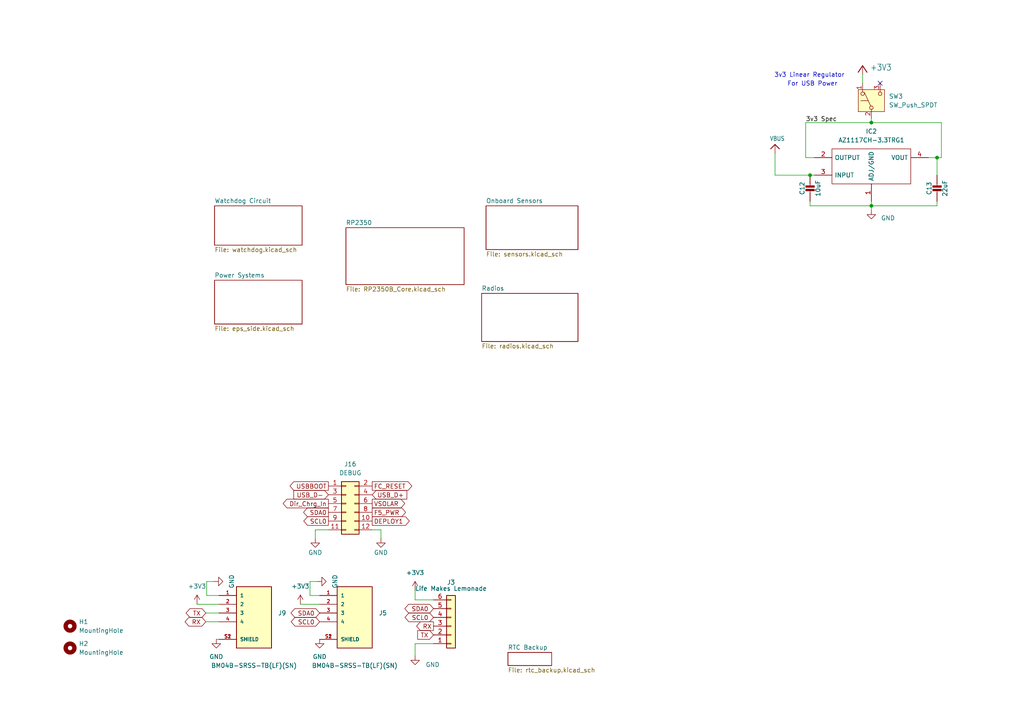
<source format=kicad_sch>
(kicad_sch (version 20250114) (generator "eeschema") (generator_version "9.0")
  (paper "A4")
  (lib_symbols
    (symbol "AZ1117CH-3.3TRG1:AZ1117CH-3.3TRG1" (pin_names (offset 0.762))
      (property "Reference" "IC2" (at 16.51 7.62 0))
      (property "Value" "AZ1117CH-3.3TRG1" (at 16.51 5.08 0))
      (symbol "AZ1117CH-3.3TRG1_0_0"
        (pin passive line (at 0 0 0) (length 5.08) (name "OUTPUT") (number "2"))
        (pin passive line (at 0 -5.08 0) (length 5.08) (name "INPUT") (number "3"))
        (pin passive line (at 16.51 -12.7 90) (length 5.08) (name "ADJ/GND") (number "1"))
        (pin passive line (at 33.02 0 180) (length 5.08) (name "VOUT") (number "4"))
      )
      (symbol "AZ1117CH-3.3TRG1_0_1"
        (polyline (pts (xy 5.08 2.54) (xy 27.94 2.54) (xy 27.94 -7.62) (xy 5.08 -7.62) (xy 5.08 2.54)) (stroke (width 0.1524)))
      )
    )
    (symbol "Adafruit ItsyBitsy RP2040-eagle-import:+3V3" (power)
      (property "Value" "+3V3" (at -2.54 -5.08 90))
      (symbol "+3V3_1_0"
        (polyline (pts (xy 0 0) (xy -1.27 -1.905)) (stroke (width 0.254)))
        (polyline (pts (xy 1.27 -1.905) (xy 0 0)) (stroke (width 0.254)))
        (pin power_in line (at 0 -2.54 90) (length 2.54) (name "+3V3") (number "1"))
      )
    )
    (symbol "Adafruit ItsyBitsy RP2040-eagle-import:CAP_CERAMIC_0603MP"
      (property "Reference" "C" (at -2.29 1.25 90))
      (property "Value" "CAP_CERAMIC_0603MP" (at 2.3 1.25 90))
      (symbol "CAP_CERAMIC_0603MP_1_0"
        (rectangle (start -1.27 1.524) (end 1.27 2.032) (fill (type outline)))
        (rectangle (start -1.27 0.508) (end 1.27 1.016) (fill (type outline)))
        (polyline (pts (xy 0 2.54) (xy 0 1.778)) (stroke (width 0.1524)))
        (polyline (pts (xy 0 0.762) (xy 0 0)) (stroke (width 0.1524)))
        (pin passive line (at 0 5.08 270) (length 2.54) (name "1") (number "1"))
        (pin passive line (at 0 -2.54 90) (length 2.54) (name "2") (number "2"))
      )
    )
    (symbol "Adafruit ItsyBitsy RP2040-eagle-import:VBUS" (power)
      (property "Value" "VBUS" (at -1.524 1.016 0))
      (symbol "VBUS_1_0"
        (polyline (pts (xy -1.27 -1.27) (xy 0 0)) (stroke (width 0.254)))
        (polyline (pts (xy 0 0) (xy 1.27 -1.27)) (stroke (width 0.254)))
        (pin power_in line (at 0 -2.54 90) (length 2.54) (name "VBUS") (number "1"))
      )
    )
    (symbol "BM04B-SRSS-TB_LF__SN_:BM04B-SRSS-TB(LF)(SN)" (pin_names (offset 1.016))
      (property "Reference" "J" (at -5.08 10.922 0))
      (property "Value" "BM04B-SRSS-TB(LF)(SN)" (at -5.08 -10.16 0))
      (symbol "BM04B-SRSS-TB(LF)(SN)_0_0"
        (rectangle (start -5.08 -7.62) (end 5.08 10.16) (stroke (width 0.254)) (fill (type background)))
        (pin passive line (at -10.16 7.62 0) (length 5.08) (name "1") (number "1"))
        (pin passive line (at -10.16 5.08 0) (length 5.08) (name "2") (number "2"))
        (pin passive line (at -10.16 2.54 0) (length 5.08) (name "3") (number "3"))
        (pin passive line (at -10.16 0 0) (length 5.08) (name "4") (number "4"))
        (pin passive line (at -10.16 -5.08 0) (length 5.08) (name "SHIELD") (number "S1"))
        (pin passive line (at -10.16 -5.08 0) (length 5.08) (name "SHIELD") (number "S2"))
      )
    )
    (symbol "Connector_Generic:Conn_01x06" (pin_names (offset 1.016) (hide yes))
      (property "Reference" "J" (at 0 7.62 0))
      (property "Value" "Conn_01x06" (at 0 -10.16 0))
      (symbol "Conn_01x06_1_1"
        (rectangle (start -1.27 6.35) (end 1.27 -8.89) (stroke (width 0.254)) (fill (type background)))
        (rectangle (start -1.27 5.207) (end 0 4.953) (stroke (width 0.1524)))
        (rectangle (start -1.27 2.667) (end 0 2.413) (stroke (width 0.1524)))
        (rectangle (start -1.27 0.127) (end 0 -0.127) (stroke (width 0.1524)))
        (rectangle (start -1.27 -2.413) (end 0 -2.667) (stroke (width 0.1524)))
        (rectangle (start -1.27 -4.953) (end 0 -5.207) (stroke (width 0.1524)))
        (rectangle (start -1.27 -7.493) (end 0 -7.747) (stroke (width 0.1524)))
        (pin passive line (at -5.08 5.08 0) (length 3.81) (name "Pin_1") (number "1"))
        (pin passive line (at -5.08 2.54 0) (length 3.81) (name "Pin_2") (number "2"))
        (pin passive line (at -5.08 0 0) (length 3.81) (name "Pin_3") (number "3"))
        (pin passive line (at -5.08 -2.54 0) (length 3.81) (name "Pin_4") (number "4"))
        (pin passive line (at -5.08 -5.08 0) (length 3.81) (name "Pin_5") (number "5"))
        (pin passive line (at -5.08 -7.62 0) (length 3.81) (name "Pin_6") (number "6"))
      )
    )
    (symbol "Connector_Generic:Conn_02x06_Odd_Even" (pin_names (offset 1.016) (hide yes))
      (property "Reference" "J" (at 1.27 7.62 0))
      (property "Value" "Conn_02x06_Odd_Even" (at 1.27 -10.16 0))
      (symbol "Conn_02x06_Odd_Even_1_1"
        (rectangle (start -1.27 6.35) (end 3.81 -8.89) (stroke (width 0.254)) (fill (type background)))
        (rectangle (start -1.27 5.207) (end 0 4.953) (stroke (width 0.1524)))
        (rectangle (start -1.27 2.667) (end 0 2.413) (stroke (width 0.1524)))
        (rectangle (start -1.27 0.127) (end 0 -0.127) (stroke (width 0.1524)))
        (rectangle (start -1.27 -2.413) (end 0 -2.667) (stroke (width 0.1524)))
        (rectangle (start -1.27 -4.953) (end 0 -5.207) (stroke (width 0.1524)))
        (rectangle (start -1.27 -7.493) (end 0 -7.747) (stroke (width 0.1524)))
        (rectangle (start 3.81 5.207) (end 2.54 4.953) (stroke (width 0.1524)))
        (rectangle (start 3.81 2.667) (end 2.54 2.413) (stroke (width 0.1524)))
        (rectangle (start 3.81 0.127) (end 2.54 -0.127) (stroke (width 0.1524)))
        (rectangle (start 3.81 -2.413) (end 2.54 -2.667) (stroke (width 0.1524)))
        (rectangle (start 3.81 -4.953) (end 2.54 -5.207) (stroke (width 0.1524)))
        (rectangle (start 3.81 -7.493) (end 2.54 -7.747) (stroke (width 0.1524)))
        (pin passive line (at -5.08 5.08 0) (length 3.81) (name "Pin_1") (number "1"))
        (pin passive line (at -5.08 2.54 0) (length 3.81) (name "Pin_3") (number "3"))
        (pin passive line (at -5.08 0 0) (length 3.81) (name "Pin_5") (number "5"))
        (pin passive line (at -5.08 -2.54 0) (length 3.81) (name "Pin_7") (number "7"))
        (pin passive line (at -5.08 -5.08 0) (length 3.81) (name "Pin_9") (number "9"))
        (pin passive line (at -5.08 -7.62 0) (length 3.81) (name "Pin_11") (number "11"))
        (pin passive line (at 7.62 5.08 180) (length 3.81) (name "Pin_2") (number "2"))
        (pin passive line (at 7.62 2.54 180) (length 3.81) (name "Pin_4") (number "4"))
        (pin passive line (at 7.62 0 180) (length 3.81) (name "Pin_6") (number "6"))
        (pin passive line (at 7.62 -2.54 180) (length 3.81) (name "Pin_8") (number "8"))
        (pin passive line (at 7.62 -5.08 180) (length 3.81) (name "Pin_10") (number "10"))
        (pin passive line (at 7.62 -7.62 180) (length 3.81) (name "Pin_12") (number "12"))
      )
    )
    (symbol "Mechanical:MountingHole" (pin_names (offset 1.016)) (exclude_from_sim yes) (in_bom no)
      (property "Reference" "H" (at 0 5.08 0))
      (property "Value" "MountingHole" (at 0 3.175 0))
      (symbol "MountingHole_0_1"
        (circle (center 0 0) (radius 1.27) (stroke (width 1.27)))
      )
    )
    (symbol "Switch:SW_Push_SPDT" (pin_names (offset 0) (hide yes))
      (property "Reference" "SW" (at 0 5.08 0))
      (property "Value" "SW_Push_SPDT" (at 0 -5.08 0))
      (symbol "SW_Push_SPDT_0_0"
        (circle (center -2.032 0) (radius 0.508))
        (polyline (pts (xy 0 1.016) (xy 0 3.048)))
        (circle (center 2.032 -2.54) (radius 0.508))
      )
      (symbol "SW_Push_SPDT_0_1"
        (polyline (pts (xy -1.524 0.2032) (xy 2.3368 1.9812)))
        (circle (center 2.032 2.54) (radius 0.508))
      )
      (symbol "SW_Push_SPDT_1_1"
        (rectangle (start -3.175 3.81) (end 3.175 -3.81) (fill (type background)))
        (pin passive line (at -5.08 0 0) (length 2.54) (name "B") (number "2"))
        (pin passive line (at 5.08 2.54 180) (length 2.54) (name "A") (number "1"))
        (pin passive line (at 5.08 -2.54 180) (length 2.54) (name "C") (number "3"))
      )
    )
    (symbol "power:+3V3" (power) (pin_names (offset 0))
      (property "Value" "+3V3" (at 0 3.556 0))
      (symbol "+3V3_0_1"
        (polyline (pts (xy -0.762 1.27) (xy 0 2.54)))
        (polyline (pts (xy 0 2.54) (xy 0.762 1.27)))
        (polyline (pts (xy 0 0) (xy 0 2.54)))
      )
      (symbol "+3V3_1_1"
        (pin power_in line (at 0 0 90) (length 0) (hide yes) (name "+3V3") (number "1"))
      )
    )
    (symbol "power:GND" (power) (pin_names (offset 0))
      (property "Value" "GND" (at 0 -3.81 0))
      (symbol "GND_0_1"
        (polyline (pts (xy 0 0) (xy 0 -1.27) (xy 1.27 -1.27) (xy 0 -2.54) (xy -1.27 -1.27) (xy 0 -1.27)))
      )
      (symbol "GND_1_1"
        (pin power_in line (at 0 0 270) (length 0) (hide yes) (name "GND") (number "1"))
      )
    )
  )
  (text "3v3 Linear Regulator" (at 224.536 22.606 0) (effects (font (size 1.27 1.27)) (justify left bottom)))
  (text "For USB Power\n" (at 228.346 25.146 0) (effects (font (size 1.27 1.27)) (justify left bottom)))
  (junction (at 252.73 59.69))
  (junction (at 234.95 50.8))
  (junction (at 271.78 45.72))
  (junction (at 252.73 35.56))
  (no_connect (at 255.27 24.13))
  (wire (pts (xy 87.122 175.26) (xy 92.71 175.26)))
  (wire (pts (xy 233.68 35.56) (xy 252.73 35.56)))
  (wire (pts (xy 59.69 180.34) (xy 63.5 180.34)))
  (wire (pts (xy 89.916 172.72) (xy 89.916 168.656)))
  (wire (pts (xy 252.73 58.42) (xy 252.73 59.69)))
  (wire (pts (xy 63.5 185.42) (xy 62.738 185.42)))
  (wire (pts (xy 273.05 45.72) (xy 271.78 45.72)))
  (wire (pts (xy 234.95 59.69) (xy 252.73 59.69)))
  (wire (pts (xy 57.15 175.26) (xy 63.5 175.26)))
  (wire (pts (xy 57.15 175.133) (xy 57.15 175.26)))
  (wire (pts (xy 233.68 35.56) (xy 233.68 45.72)))
  (wire (pts (xy 92.71 172.72) (xy 89.916 172.72)))
  (wire (pts (xy 252.73 59.69) (xy 252.73 60.96)))
  (wire (pts (xy 224.79 50.8) (xy 234.95 50.8)))
  (wire (pts (xy 224.79 44.45) (xy 224.79 50.8)))
  (wire (pts (xy 252.73 35.56) (xy 273.05 35.56)))
  (wire (pts (xy 107.95 153.67) (xy 110.49 153.67)))
  (wire (pts (xy 234.95 58.42) (xy 234.95 59.69)))
  (wire (pts (xy 271.78 50.8) (xy 271.78 45.72)))
  (wire (pts (xy 59.944 172.72) (xy 59.944 168.656)))
  (wire (pts (xy 91.44 153.67) (xy 91.44 156.21)))
  (wire (pts (xy 120.396 173.99) (xy 125.73 173.99)))
  (wire (pts (xy 252.73 34.29) (xy 252.73 35.56)))
  (wire (pts (xy 233.68 45.72) (xy 236.22 45.72)))
  (wire (pts (xy 89.916 168.656) (xy 92.075 168.656)))
  (wire (pts (xy 273.05 35.56) (xy 273.05 45.72)))
  (wire (pts (xy 250.19 21.59) (xy 250.19 24.13)))
  (wire (pts (xy 63.5 172.72) (xy 59.944 172.72)))
  (wire (pts (xy 59.69 177.8) (xy 63.5 177.8)))
  (wire (pts (xy 252.73 59.69) (xy 271.78 59.69)))
  (wire (pts (xy 234.95 50.8) (xy 236.22 50.8)))
  (wire (pts (xy 59.944 168.656) (xy 62.103 168.656)))
  (wire (pts (xy 87.122 175.133) (xy 87.122 175.26)))
  (wire (pts (xy 120.396 186.69) (xy 120.396 190.246)))
  (wire (pts (xy 120.396 171.196) (xy 120.396 173.99)))
  (wire (pts (xy 110.49 153.67) (xy 110.49 156.21)))
  (wire (pts (xy 125.73 186.69) (xy 120.396 186.69)))
  (wire (pts (xy 271.78 58.42) (xy 271.78 59.69)))
  (wire (pts (xy 271.78 45.72) (xy 269.24 45.72)))
  (wire (pts (xy 95.25 153.67) (xy 91.44 153.67)))
  (label "3v3 Spec" (at 233.68 35.56 0))
  (global_label "SDA0" (shape bidirectional) (at 92.71 177.8 180) (property "Intersheetrefs" "${INTERSHEET_REFS}" (effects (hide yes))))
  (global_label "TX" (shape input) (at 125.73 184.15 180) (property "Intersheetrefs" "${INTERSHEET_REFS}" (effects (hide yes))))
  (global_label "SCL0" (shape bidirectional) (at 125.73 179.07 180) (property "Intersheetrefs" "${INTERSHEET_REFS}" (effects (hide yes))))
  (global_label "USB_D-" (shape input) (at 95.25 143.51 180) (property "Intersheetrefs" "${INTERSHEET_REFS}" (effects (hide yes))))
  (global_label "USBBOOT" (shape output) (at 95.25 140.97 180) (property "Intersheetrefs" "${INTERSHEET_REFS}" (effects (hide yes))))
  (global_label "TX" (shape bidirectional) (at 59.69 177.8 180) (property "Intersheetrefs" "${INTERSHEET_REFS}" (effects (hide yes))))
  (global_label "SCL0" (shape bidirectional) (at 92.71 180.34 180) (property "Intersheetrefs" "${INTERSHEET_REFS}" (effects (hide yes))))
  (global_label "SCL0" (shape output) (at 95.25 151.13 180) (property "Intersheetrefs" "${INTERSHEET_REFS}" (effects (hide yes))))
  (global_label "USB_D+" (shape input) (at 107.95 143.51 0) (property "Intersheetrefs" "${INTERSHEET_REFS}" (effects (hide yes))))
  (global_label "Dir_Chrg_In" (shape output) (at 95.25 146.05 180) (property "Intersheetrefs" "${INTERSHEET_REFS}" (effects (hide yes))))
  (global_label "SDA0" (shape bidirectional) (at 125.73 176.53 180) (property "Intersheetrefs" "${INTERSHEET_REFS}" (effects (hide yes))))
  (global_label "FC_RESET" (shape output) (at 107.95 140.97 0) (property "Intersheetrefs" "${INTERSHEET_REFS}" (effects (hide yes))))
  (global_label "RX" (shape bidirectional) (at 59.69 180.34 180) (property "Intersheetrefs" "${INTERSHEET_REFS}" (effects (hide yes))))
  (global_label "F5_PWR" (shape output) (at 107.95 148.59 0) (property "Intersheetrefs" "${INTERSHEET_REFS}" (effects (hide yes))))
  (global_label "RX" (shape output) (at 125.73 181.61 180) (property "Intersheetrefs" "${INTERSHEET_REFS}" (effects (hide yes))))
  (global_label "VSOLAR" (shape output) (at 107.95 146.05 0) (property "Intersheetrefs" "${INTERSHEET_REFS}" (effects (hide yes))))
  (global_label "DEPLOY1" (shape output) (at 107.95 151.13 0) (property "Intersheetrefs" "${INTERSHEET_REFS}" (effects (hide yes))))
  (global_label "SDA0" (shape output) (at 95.25 148.59 180) (property "Intersheetrefs" "${INTERSHEET_REFS}" (effects (hide yes))))
  (symbol (lib_id "Adafruit ItsyBitsy RP2040-eagle-import:CAP_CERAMIC_0603MP") (at 234.95 55.88 0) (unit 1)
    (property "Reference" "C12" (at 232.66 54.63 90))
    (property "Value" "10uF" (at 237.25 54.63 90))
    (property "Footprint" "Capacitor_SMD:C_0603_1608Metric" (effects (hide yes)))
  )
  (symbol (lib_id "power:+3V3") (at 57.15 175.133 0) (unit 1)
    (property "Reference" "#PWR057" (effects (hide yes)))
    (property "Value" "+3V3" (at 57.15 170.053 0))
  )
  (symbol (lib_id "Switch:SW_Push_SPDT") (at 252.73 29.21 90) (unit 1)
    (property "Reference" "SW3" (at 257.81 27.9399 90) (effects (justify right)))
    (property "Value" "SW_Push_SPDT" (at 257.81 30.4799 90) (effects (justify right)))
    (property "Footprint" "easyeda2kicad:SW-TH_SHOU-HAN_SS12D10G4" (effects (hide yes)))
    (property "Datasheet" "https://wmsc.lcsc.com/wmsc/upload/file/pdf/v2/lcsc/2108201830_SHOU-HAN-SS12D10G4-071_C2887259.pdf" (effects (hide yes)))
    (property "Description" "Momentary Switch, single pole double throw" (effects (hide yes)))
  )
  (symbol (lib_id "Adafruit ItsyBitsy RP2040-eagle-import:VBUS") (at 224.79 41.91 0) (unit 1)
    (property "Reference" "#U$06" (effects (hide yes)))
    (property "Value" "VBUS" (at 223.266 40.894 0) (effects (font (size 1.27 1.0795)) (justify left bottom)))
    (property "Footprint" "Adafruit ItsyBitsy RP2040:" (effects (hide yes)))
  )
  (symbol (lib_id "Adafruit ItsyBitsy RP2040-eagle-import:CAP_CERAMIC_0603MP") (at 271.78 55.88 0) (unit 1)
    (property "Reference" "C13" (at 269.49 54.63 90))
    (property "Value" "22uF" (at 274.08 54.63 90))
    (property "Footprint" "Capacitor_SMD:C_0603_1608Metric" (effects (hide yes)))
  )
  (symbol (lib_id "Connector_Generic:Conn_01x06") (at 130.81 181.61 0) (mirror x) (unit 1)
    (property "Reference" "J3" (at 130.81 168.91 0))
    (property "Value" "Life Makes Lemonade" (at 130.81 170.688 0))
    (property "Footprint" "Connector_PinHeader_2.54mm:PinHeader_1x06_P2.54mm_Vertical" (effects (hide yes)))
  )
  (symbol (lib_id "Adafruit ItsyBitsy RP2040-eagle-import:+3V3") (at 250.19 19.05 0) (unit 1)
    (property "Reference" "#+3V012" (effects (hide yes)))
    (property "Value" "+3V3" (at 255.524 19.558 0) (effects (font (size 1.778 1.5113))))
    (property "Footprint" "Adafruit ItsyBitsy RP2040:" (effects (hide yes)))
  )
  (symbol (lib_id "power:+3V3") (at 120.396 171.196 0) (mirror y) (unit 1)
    (property "Reference" "#PWR026" (effects (hide yes)))
    (property "Value" "+3V3" (at 120.396 166.116 0))
  )
  (symbol (lib_id "BM04B-SRSS-TB_LF__SN_:BM04B-SRSS-TB(LF)(SN)") (at 102.87 180.34 0) (unit 1)
    (property "Reference" "J5" (at 109.855 177.8 0) (effects (justify left)))
    (property "Value" "BM04B-SRSS-TB(LF)(SN)" (at 90.424 193.04 0) (effects (justify left)))
    (property "Footprint" "FC_DEV_BOARD:JST_BM04B-SRSS-TB(LF)(SN)" (effects (hide yes)))
    (property "PARTREV" "N/A" (effects (hide yes)))
    (property "SNAPEDA_PN" "BM04B-SRSS-TB(LF)(SN)" (effects (hide yes)))
    (property "STANDARD" "Manufacturer Recommendations" (effects (hide yes)))
    (property "MAXIMUM_PACKAGE_HEIGHT" "6.3 mm" (effects (hide yes)))
    (property "MANUFACTURER" "JST Sales America Inc." (effects (hide yes)))
  )
  (symbol (lib_id "power:GND") (at 62.738 185.42 0) (unit 1)
    (property "Reference" "#PWR094" (effects (hide yes)))
    (property "Value" "GND" (at 62.738 190.4746 0))
  )
  (symbol (lib_id "power:+3V3") (at 87.122 175.133 0) (unit 1)
    (property "Reference" "#PWR025" (effects (hide yes)))
    (property "Value" "+3V3" (at 87.122 170.053 0))
  )
  (symbol (lib_id "power:GND") (at 92.71 185.42 0) (unit 1)
    (property "Reference" "#PWR032" (effects (hide yes)))
    (property "Value" "GND" (at 92.71 190.4746 0))
  )
  (symbol (lib_id "Connector_Generic:Conn_02x06_Odd_Even") (at 100.33 146.05 0) (unit 1)
    (property "Reference" "J16" (at 101.6 134.62 0))
    (property "Value" "DEBUG" (at 101.6 137.16 0))
    (property "Footprint" "Connector_Hirose:Hirose_DF11-12DP-2DSA_2x06_P2.00mm_Vertical" (effects (hide yes)))
    (property "Description" "Generic connector, double row, 02x06, odd/even pin numbering scheme (row 1 odd numbers, row 2 even numbers), script generated (kicad-library-utils/schlib/autogen/connector/)" (effects (hide yes)))
  )
  (symbol (lib_id "power:GND") (at 62.103 168.656 90) (unit 1)
    (property "Reference" "#PWR060" (effects (hide yes)))
    (property "Value" "GND" (at 67.183 168.656 0))
  )
  (symbol (lib_id "power:GND") (at 110.49 156.21 0) (unit 1)
    (property "Reference" "#PWR040" (effects (hide yes)))
    (property "Value" "GND" (at 110.49 160.274 0))
  )
  (symbol (lib_id "Mechanical:MountingHole") (at 20.32 181.61 0) (unit 1) (exclude_from_sim yes) (in_bom no)
    (property "Reference" "H1" (at 22.86 180.3399 0) (effects (justify left)))
    (property "Value" "MountingHole" (at 22.86 182.8799 0) (effects (justify left)))
    (property "Description" "Mounting Hole without connection" (effects (hide yes)))
  )
  (symbol (lib_id "AZ1117CH-3.3TRG1:AZ1117CH-3.3TRG1") (at 236.22 45.72 0) (unit 1)
    (property "Reference" "IC2" (at 252.73 38.1 0))
    (property "Value" "AZ1117CH-3.3TRG1" (at 252.73 40.64 0))
    (property "Footprint" "Package_TO_SOT_SMD:SOT-223" (effects (hide yes)))
    (property "Datasheet" "https://datasheet.datasheetarchive.com/originals/distributors/Datasheets-DGA25/1776204.pdf" (effects (hide yes)))
    (property "Description" "1.35A 3.3V LDO Reg. Current Limit SOT223 DiodesZetex AZ1117CH-3.3TRG1, LDO Voltage Regulator, 0.8A, 3.3 V +/-1%, maximum of 15 Vin, 3-Pin SOT-223" (effects (hide yes)))
    (property "Height" "1.8" (effects (hide yes)))
    (property "Mouser Part Number" "621-AZ1117CH-3.3TRG1" (effects (hide yes)))
    (property "Mouser Price/Stock" "https://www.mouser.co.uk/ProductDetail/Diodes-Incorporated/AZ1117CH-3.3TRG1?qs=FKu9oBikfSm7ntaG6olPSQ%3D%3D" (effects (hide yes)))
    (property "Manufacturer_Name" "Diodes Inc." (effects (hide yes)))
    (property "Manufacturer_Part_Number" "AZ1117CH-3.3TRG1" (effects (hide yes)))
  )
  (symbol (lib_id "power:GND") (at 120.396 190.246 0) (unit 1)
    (property "Reference" "#PWR039" (effects (hide yes)))
    (property "Value" "GND" (at 125.476 192.786 0))
  )
  (symbol (lib_id "Mechanical:MountingHole") (at 20.32 187.96 0) (unit 1) (exclude_from_sim yes) (in_bom no)
    (property "Reference" "H2" (at 22.86 186.6899 0) (effects (justify left)))
    (property "Value" "MountingHole" (at 22.86 189.2299 0) (effects (justify left)))
    (property "Description" "Mounting Hole without connection" (effects (hide yes)))
  )
  (symbol (lib_id "power:GND") (at 91.44 156.21 0) (unit 1)
    (property "Reference" "#PWR015" (effects (hide yes)))
    (property "Value" "GND" (at 91.44 160.274 0))
  )
  (symbol (lib_id "BM04B-SRSS-TB_LF__SN_:BM04B-SRSS-TB(LF)(SN)") (at 73.66 180.34 0) (unit 1)
    (property "Reference" "J9" (at 80.645 177.8 0) (effects (justify left)))
    (property "Value" "BM04B-SRSS-TB(LF)(SN)" (at 61.214 193.04 0) (effects (justify left)))
    (property "Footprint" "FC_DEV_BOARD:JST_BM04B-SRSS-TB(LF)(SN)" (effects (hide yes)))
    (property "PARTREV" "N/A" (effects (hide yes)))
    (property "SNAPEDA_PN" "BM04B-SRSS-TB(LF)(SN)" (effects (hide yes)))
    (property "STANDARD" "Manufacturer Recommendations" (effects (hide yes)))
    (property "MAXIMUM_PACKAGE_HEIGHT" "6.3 mm" (effects (hide yes)))
    (property "MANUFACTURER" "JST Sales America Inc." (effects (hide yes)))
  )
  (symbol (lib_id "power:GND") (at 252.73 60.96 0) (unit 1)
    (property "Reference" "#PWR041" (effects (hide yes)))
    (property "Value" "GND" (at 257.556 63.246 0))
  )
  (symbol (lib_id "power:GND") (at 92.075 168.656 90) (unit 1)
    (property "Reference" "#PWR023" (effects (hide yes)))
    (property "Value" "GND" (at 97.155 168.656 0))
  )
  (sheet (at 139.7 85.09) (size 27.94 13.97) (stroke (width 0.1524))
    (property "Sheetname" "Radios" (at 139.7 84.3784 0) (effects (justify left bottom)))
    (property "Sheetfile" "radios.kicad_sch" (at 139.7 99.6446 0) (effects (justify left top)))
  )
  (sheet (at 62.23 81.28) (size 25.4 12.7) (stroke (width 0.1524))
    (property "Sheetname" "Power Systems" (at 62.23 80.5684 0) (effects (justify left bottom)))
    (property "Sheetfile" "eps_side.kicad_sch" (at 62.23 94.5646 0) (effects (justify left top)))
  )
  (sheet (at 62.23 59.69) (size 25.4 11.43) (stroke (width 0.1524))
    (property "Sheetname" "Watchdog Circuit" (at 62.23 58.9784 0) (effects (justify left bottom)))
    (property "Sheetfile" "watchdog.kicad_sch" (at 62.23 71.7046 0) (effects (justify left top)))
  )
  (sheet (at 140.97 59.69) (size 26.67 12.7) (stroke (width 0.1524))
    (property "Sheetname" "Onboard Sensors" (at 140.97 58.9784 0) (effects (justify left bottom)))
    (property "Sheetfile" "sensors.kicad_sch" (at 140.97 72.9746 0) (effects (justify left top)))
  )
  (sheet (at 100.33 66.04) (size 34.29 16.51) (stroke (width 0.1524))
    (property "Sheetname" "RP2350" (at 100.33 65.3284 0) (effects (justify left bottom)))
    (property "Sheetfile" "RP2350B_Core.kicad_sch" (at 100.33 83.1346 0) (effects (justify left top)))
  )
  (sheet (at 147.32 189.23) (size 12.7 3.81) (stroke (width 0.1524))
    (property "Sheetname" "RTC Backup" (at 147.32 188.5184 0) (effects (justify left bottom)))
    (property "Sheetfile" "rtc_backup.kicad_sch" (at 147.32 193.6246 0) (effects (justify left top)))
  )
)
</source>
